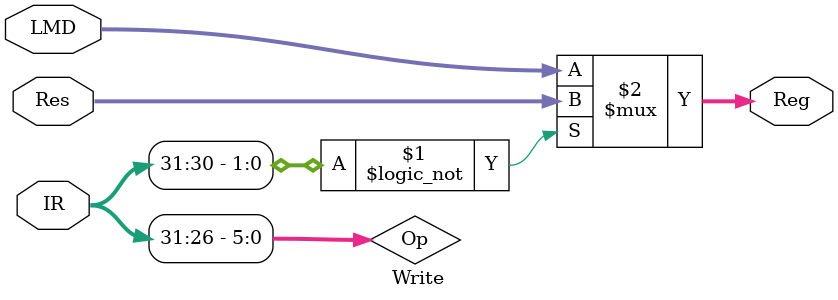
<source format=v>
module Write(
  input [31:0] IR,
  input [31:0] LMD,
  input [31:0] Res,
  output [31:0] Reg
);

wire [5:0] Op;
assign Op = IR[31:26];
assign Reg = Op[5:4] == 2'b00 ? Res : LMD;

endmodule
</source>
